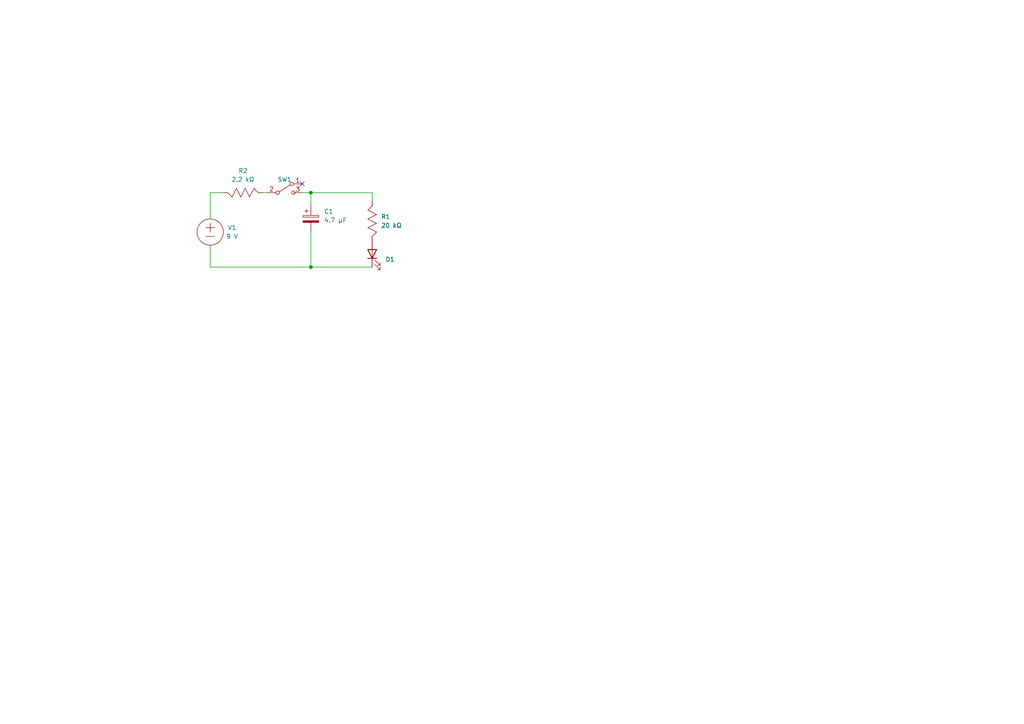
<source format=kicad_sch>
(kicad_sch (version 20211123) (generator eeschema)
  (paper "A4")
  (lib_symbols
    (symbol "Connector:Conn_01x02_Male" (pin_names (offset 1.016) hide)
      (property "Reference" "V1" (at 7.62 -1.27 0))
      (property "Value" "9 V" (at 7.62 -3.81 0))
      (symbol "Conn_01x02_Male_0_1"
        (polyline (pts (xy 0 -3.81) (xy 2.54 -3.81)))
        (polyline (pts (xy 1.27 -1.27) (xy 1.27 -2.54)))
        (polyline (pts (xy 0 -1.27) (xy 2.54 -1.27) (xy 1.27 -1.27) (xy 1.27 0) (xy 1.27 -1.27)))
        (circle (center 1.27 -2.54) (radius 3.81))
      )
    )
    (symbol "Device:C_Polarized" (pin_numbers hide) (pin_names (offset 0.254))
      (property "Reference" "C" (at 0.635 2.54 0))
      (property "Value" "C_Polarized" (at 0.635 -2.54 0))
      (symbol "C_Polarized_0_1"
        (rectangle (start -2.286 0.508) (end 2.286 1.016))
        (polyline (pts (xy -1.778 2.286) (xy -0.762 2.286)))
        (polyline (pts (xy -1.27 2.794) (xy -1.27 1.778)))
        (rectangle (start 2.286 -0.508) (end -2.286 -1.016) (fill (type outline)))
      )
      (symbol "C_Polarized_1_1"
        (pin passive line (at 0 3.81 270) (length 2.794) (name "~") (number "1"))
        (pin passive line (at 0 -3.81 90) (length 2.794) (name "~") (number "2"))
      )
    )
    (symbol "Device:LED" (pin_numbers hide) (pin_names (offset 1.016) hide)
      (property "Reference" "D" (at 0 2.54 0))
      (property "Value" "LED" (at 0 -2.54 0))
      (symbol "LED_0_1"
        (polyline (pts (xy -1.27 -1.27) (xy -1.27 1.27)) (stroke (width 0.254)))
        (polyline (pts (xy -1.27 0) (xy 1.27 0)))
        (polyline (pts (xy 1.27 -1.27) (xy 1.27 1.27) (xy -1.27 0) (xy 1.27 -1.27)) (stroke (width 0.254)))
        (polyline (pts (xy -3.048 -0.762) (xy -4.572 -2.286) (xy -3.81 -2.286) (xy -4.572 -2.286) (xy -4.572 -1.524)))
        (polyline (pts (xy -1.778 -0.762) (xy -3.302 -2.286) (xy -2.54 -2.286) (xy -3.302 -2.286) (xy -3.302 -1.524)))
      )
      (symbol "LED_1_1"
        (pin passive line (at -3.81 0 0) (length 2.54) (name "K") (number "1"))
        (pin passive line (at 3.81 0 180) (length 2.54) (name "A") (number "2"))
      )
    )
    (symbol "Device:R" (pin_numbers hide) (pin_names (offset 0))
      (property "Reference" "R?" (at 3.175 8.89 0))
      (property "Value" "2.2 k" (at 3.175 6.35 0))
      (symbol "R_0_1"
        (polyline (pts (xy -1.27 2.54) (xy 0 1.27) (xy 1.27 3.81) (xy 2.54 1.27) (xy 3.81 3.81) (xy 5.08 1.27) (xy 6.35 3.81) (xy 7.62 2.54)))
      )
      (symbol "R_1_1"
        (pin passive line (at 8.89 2.54 180) (length 1.27) (name "~") (number "1"))
        (pin passive line (at -2.54 2.54 0) (length 1.27) (name "~") (number "2"))
      )
    )
    (symbol "R_1" (pin_numbers hide) (pin_names (offset 0))
      (property "Reference" "R2" (at 3.175 8.89 0))
      (property "Value" "2.2 KOhms" (at 3.175 6.35 0))
      (symbol "R_1_0_1"
        (polyline (pts (xy -2.54 2.54) (xy -1.27 1.27) (xy 0 3.81) (xy 1.27 1.27) (xy 2.54 3.81) (xy 3.81 1.27) (xy 5.08 3.81) (xy 6.35 2.54)))
      )
      (symbol "R_1_1_1"
        (pin passive line (at 7.62 2.54 180) (length 1.27) (name "~") (number "1"))
        (pin passive line (at -3.81 2.54 0) (length 1.27) (name "~") (number "2"))
      )
    )
    (symbol "Switch:SW_SPDT" (pin_names (offset 0) hide)
      (property "Reference" "SW1" (at 0 7.62 0))
      (symbol "SW_SPDT_0_0"
        (circle (center -2.032 0) (radius 0.508))
        (circle (center 2.54 0) (radius 0.508))
      )
      (symbol "SW_SPDT_0_1"
        (polyline (pts (xy -1.524 0.254) (xy 1.651 2.286)))
        (circle (center 2.032 2.54) (radius 0.508))
      )
      (symbol "SW_SPDT_1_1"
        (pin passive line (at 5.08 2.54 180) (length 2.54) (name "A") (number "1"))
        (pin passive line (at -5.08 0 0) (length 2.54) (name "B") (number "2"))
        (pin passive line (at 5.08 0 180) (length 2.54) (name "C") (number "3"))
      )
    )
  )
  (junction (at 90.17 55.88))
  (junction (at 90.17 77.47))
  (no_connect (at 87.63 53.34))
  (wire (pts (xy 60.96 55.88) (xy 60.96 63.5)))
  (wire (pts (xy 90.17 77.47) (xy 90.17 67.31)))
  (wire (pts (xy 60.96 55.88) (xy 64.77 55.88)))
  (wire (pts (xy 90.17 55.88) (xy 90.17 59.69)))
  (wire (pts (xy 87.63 55.88) (xy 90.17 55.88)))
  (wire (pts (xy 76.2 55.88) (xy 77.47 55.88)))
  (wire (pts (xy 90.17 55.88) (xy 107.95 55.88)))
  (wire (pts (xy 60.96 77.47) (xy 90.17 77.47)))
  (wire (pts (xy 60.96 71.12) (xy 60.96 77.47)))
  (wire (pts (xy 107.95 55.88) (xy 107.95 58.42)))
  (wire (pts (xy 107.95 77.47) (xy 90.17 77.47)))
  (symbol (lib_id "Device:C_Polarized") (at 90.17 63.5 0) (unit 1)
    (property "Reference" "C1" (at 93.98 61.3409 0) (effects (justify left)))
    (property "Value" "4.7 μF" (at 93.98 63.8809 0) (effects (justify left)))
  )
  (symbol (lib_id "Device:R") (at 105.41 60.96 270) (unit 1)
    (property "Reference" "R1" (at 110.49 62.8649 90) (effects (justify left)))
    (property "Value" "20 kΩ" (at 110.49 65.4049 90) (effects (justify left)))
  )
  (symbol (lib_id "Switch:SW_SPDT") (at 82.55 55.88 0) (unit 1)
    (property "Reference" "SW1" (at 82.55 52.07 0))
    (property "Value" "SW_SPDT" (effects hide))
  )
  (symbol (lib_id "Connector:Conn_01x02_Male") (at 59.69 64.77 0) (unit 1)
    (property "Reference" "V1" (at 67.31 66.04 0))
    (property "Value" "9 V" (at 67.31 68.58 0))
  )
  (symbol (lib_name "R_1") (lib_id "Device:R") (at 68.58 58.42 0) (unit 1)
    (property "Reference" "R2" (at 70.485 49.53 0))
    (property "Value" "2.2 kΩ" (at 70.485 52.07 0))
  )
  (symbol (lib_id "Device:LED") (at 107.95 73.66 90) (unit 1)
    (property "Reference" "D1" (at 111.76 75.2474 90) (effects (justify right)))
    (property "Value" "LED" (effects hide))
  )
)
</source>
